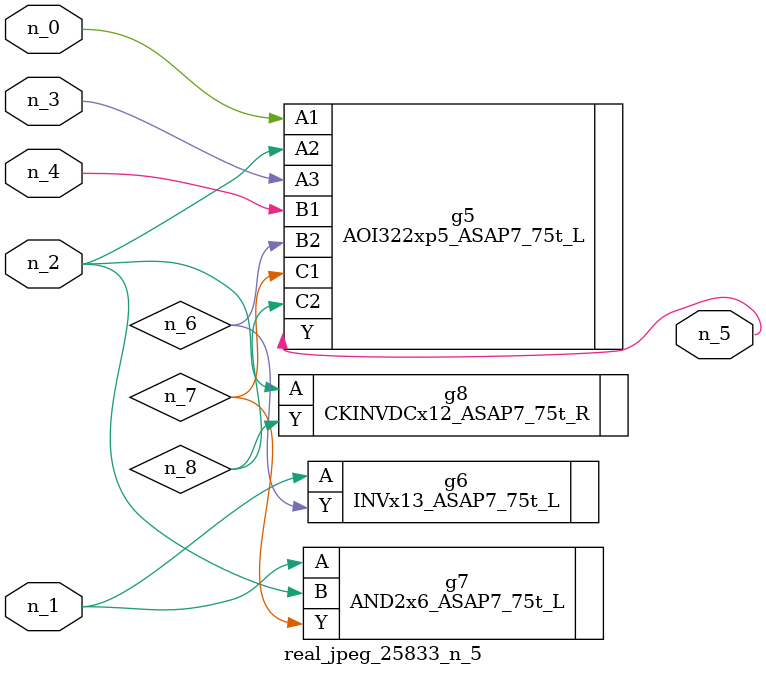
<source format=v>
module real_jpeg_25833_n_5 (n_4, n_0, n_1, n_2, n_3, n_5);

input n_4;
input n_0;
input n_1;
input n_2;
input n_3;

output n_5;

wire n_8;
wire n_6;
wire n_7;

AOI322xp5_ASAP7_75t_L g5 ( 
.A1(n_0),
.A2(n_2),
.A3(n_3),
.B1(n_4),
.B2(n_6),
.C1(n_7),
.C2(n_8),
.Y(n_5)
);

INVx13_ASAP7_75t_L g6 ( 
.A(n_1),
.Y(n_6)
);

AND2x6_ASAP7_75t_L g7 ( 
.A(n_1),
.B(n_2),
.Y(n_7)
);

CKINVDCx12_ASAP7_75t_R g8 ( 
.A(n_2),
.Y(n_8)
);


endmodule
</source>
